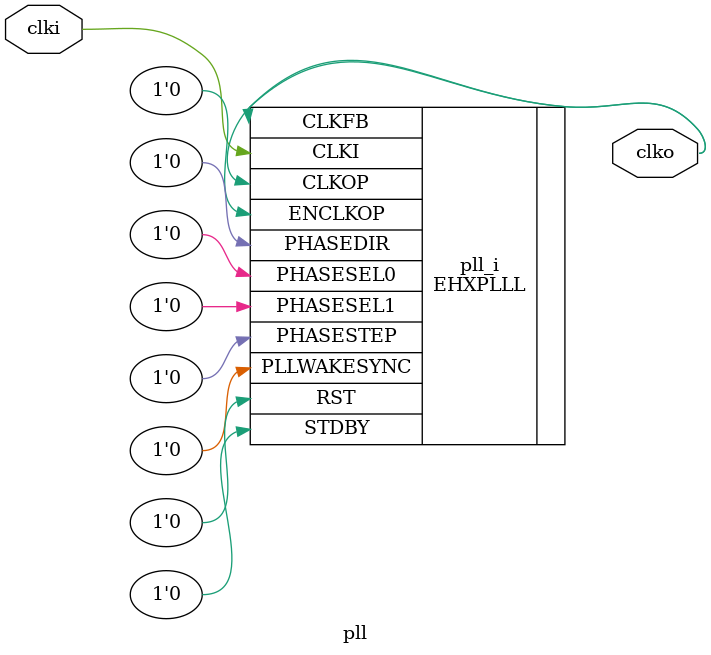
<source format=v>
module pll(input clki, output clko);
    (* ICP_CURRENT="12" *) (* LPF_RESISTOR="8" *) (* MFG_ENABLE_FILTEROPAMP="1" *) (* MFG_GMCREF_SEL="2" *)

    parameter CLKI_DIV = 1;
    parameter CLKFB_DIV = 1;
    parameter CLKOP_DIV = 1;

    EHXPLLL #(
        .PLLRST_ENA("DISABLED"),
        .INTFB_WAKE("DISABLED"),
        .STDBY_ENABLE("DISABLED"),
        .DPHASE_SOURCE("DISABLED"),
        .CLKOP_FPHASE(0),
        .CLKOP_CPHASE(11),
        .OUTDIVIDER_MUXA("DIVA"),
        .CLKOP_ENABLE("ENABLED"),
        .CLKOP_DIV(CLKOP_DIV),
        .CLKFB_DIV(CLKFB_DIV),
        .CLKI_DIV(CLKI_DIV),
        .FEEDBK_PATH("CLKOP")
    ) pll_i (
        .CLKI(clki),
        .CLKFB(clko),
        .CLKOP(clko),
        .RST(1'b0),
        .STDBY(1'b0),
        .PHASESEL0(1'b0),
        .PHASESEL1(1'b0),
        .PHASEDIR(1'b0),
        .PHASESTEP(1'b0),
        .PLLWAKESYNC(1'b0),
        .ENCLKOP(1'b0)
    );
endmodule


</source>
